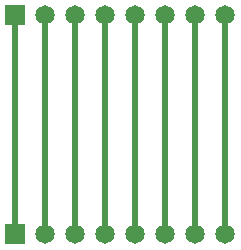
<source format=gtl>
G04 (created by PCBNEW-RS274X (2011-aug-04)-testing) date Wed 27 Feb 2013 02:04:47 PM PST*
G01*
G70*
G90*
%MOIN*%
G04 Gerber Fmt 3.4, Leading zero omitted, Abs format*
%FSLAX34Y34*%
G04 APERTURE LIST*
%ADD10C,0.006000*%
%ADD11C,0.065000*%
%ADD12R,0.065000X0.065000*%
%ADD13C,0.020000*%
G04 APERTURE END LIST*
G54D10*
G54D11*
X25799Y-30498D03*
X24799Y-30498D03*
X23799Y-30498D03*
G54D12*
X22799Y-30498D03*
G54D11*
X26799Y-30498D03*
X27799Y-30498D03*
X28799Y-30498D03*
X29799Y-30498D03*
X25799Y-23200D03*
X24799Y-23200D03*
X23799Y-23200D03*
G54D12*
X22799Y-23200D03*
G54D11*
X26799Y-23200D03*
X27799Y-23200D03*
X28799Y-23200D03*
X29799Y-23200D03*
G54D13*
X29799Y-30498D02*
X29799Y-23200D01*
X28799Y-23200D02*
X28799Y-30498D01*
X27799Y-30498D02*
X27799Y-23200D01*
X26799Y-23200D02*
X26799Y-30498D01*
X25799Y-30498D02*
X25799Y-23200D01*
X24799Y-23200D02*
X24799Y-30498D01*
X23799Y-30498D02*
X23799Y-23200D01*
X22799Y-23200D02*
X22799Y-30498D01*
M02*

</source>
